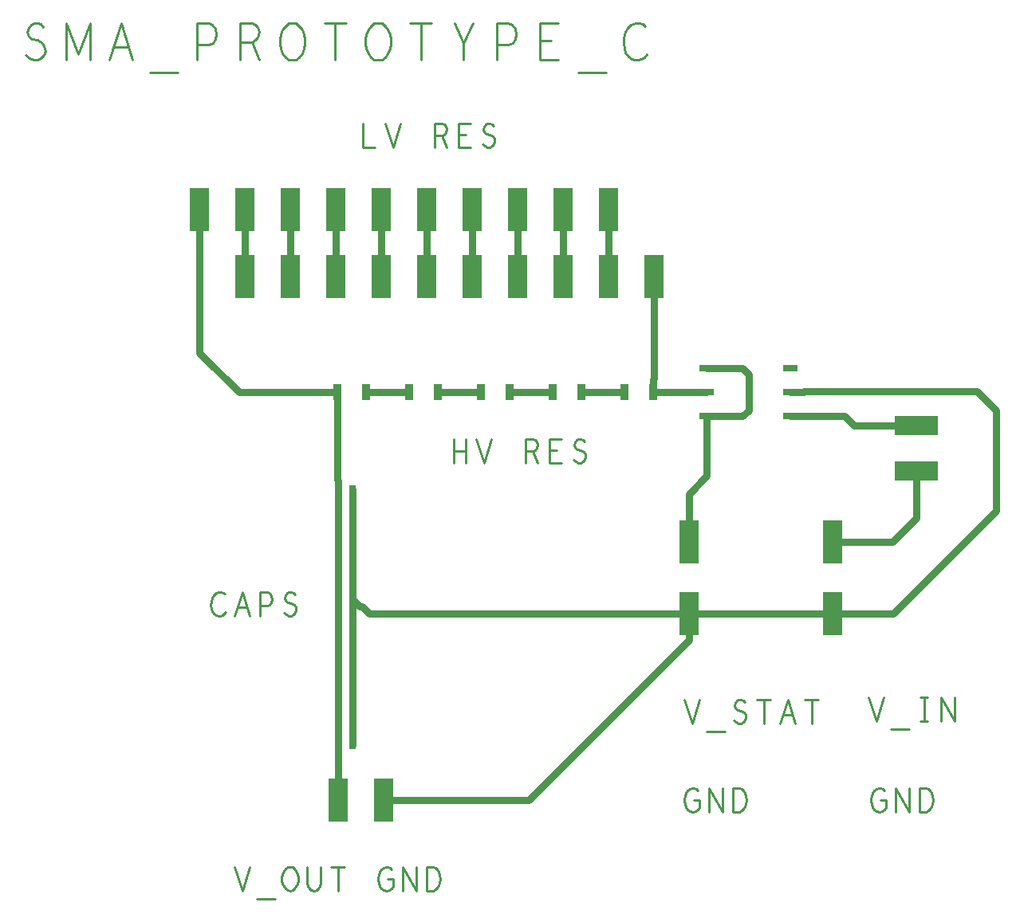
<source format=gbr>
G04 ================== begin FILE IDENTIFICATION RECORD ==================*
G04 Layout Name:  SMA_Prototype_C.brd*
G04 Film Name:    TOP*
G04 File Format:  Gerber RS274X*
G04 File Origin:  Cadence Allegro 17.2-S025*
G04 Origin Date:  Tue Mar 27 12:37:08 2018*
G04 *
G04 Layer:  ETCH/TOP*
G04 Layer:  PIN/TOP*
G04 Layer:  VIA CLASS/TOP*
G04 *
G04 Offset:    (0.000 0.000)*
G04 Mirror:    No*
G04 Mode:      Positive*
G04 Rotation:  0*
G04 FullContactRelief:  No*
G04 UndefLineWidth:     10.000*
G04 ================== end FILE IDENTIFICATION RECORD ====================*
%FSLAX25Y25*MOIN*%
%IR0*IPPOS*OFA0.00000B0.00000*MIA0B0*SFA1.00000B1.00000*%
%ADD14R,.18X.08*%
%ADD10R,.08X.18*%
%ADD11R,.030984X.034016*%
%ADD13R,.064961X.025591*%
%ADD12R,.035984X.067008*%
%ADD15C,.03*%
%ADD16C,.01*%
G75*
%LPD*%
G75*
G54D10*
X97000Y-95000D03*
X116000Y-123000D03*
X135000D03*
Y-95000D03*
X116000D03*
X155000Y-342000D03*
X174000D03*
X154000Y-123000D03*
X173000D03*
Y-95000D03*
X154000D03*
X192000Y-123000D03*
Y-95000D03*
X230000Y-123000D03*
X211000D03*
Y-95000D03*
X230000D03*
X249000Y-123000D03*
Y-95000D03*
X268000Y-123000D03*
X287000D03*
X268000Y-95000D03*
X301500Y-264000D03*
Y-234000D03*
X361500Y-264000D03*
Y-234000D03*
G54D11*
X160906Y-319000D03*
X155000D03*
X160906Y-296000D03*
X155000D03*
X160906Y-307000D03*
X155000D03*
X160906Y-271000D03*
X155000D03*
X160906Y-283000D03*
X155000D03*
X160906Y-234000D03*
X155000D03*
X160906Y-246000D03*
X155000D03*
X160906Y-258000D03*
X155000D03*
X160906Y-212000D03*
X155000D03*
X160906Y-223000D03*
X155000D03*
G54D12*
X154689Y-171500D03*
X166500D03*
X184689D03*
X196500D03*
X214689D03*
X226500D03*
X244689D03*
X256500D03*
X274689D03*
X286500D03*
G54D13*
X308980Y-181500D03*
Y-171500D03*
Y-161500D03*
X344020Y-171500D03*
Y-181500D03*
Y-161500D03*
G54D14*
X396500Y-204500D03*
Y-185500D03*
G54D15*
G01X154689Y-171500D02*
X113500D01*
X97000Y-155000D01*
Y-95000D01*
G01X135000D02*
Y-123000D01*
G01X116000Y-95000D02*
Y-123000D01*
G01X160906Y-319000D02*
Y-307000D01*
G01X155000D02*
Y-319000D01*
G01D02*
Y-342000D01*
G01X160906Y-296000D02*
Y-283000D01*
G01Y-307000D02*
Y-296000D01*
G01X155000D02*
Y-307000D01*
G01Y-283000D02*
Y-296000D01*
G01X160906Y-283000D02*
Y-271000D01*
G01X301500Y-264000D02*
X167754D01*
X164869Y-261115D01*
X163869D01*
X160906Y-258152D01*
G01D02*
Y-271000D01*
G01X155000D02*
Y-283000D01*
G01Y-258000D02*
Y-271000D01*
G01X160906Y-234000D02*
Y-223000D01*
G01Y-246000D02*
Y-234000D01*
G01Y-258000D02*
Y-246000D01*
G01Y-258000D02*
Y-258152D01*
G01X155000Y-246000D02*
Y-258000D01*
G01Y-234000D02*
Y-246000D01*
G01Y-223000D02*
Y-234000D01*
G01X160906Y-223000D02*
Y-212000D01*
G01X154689Y-171500D02*
Y-207988D01*
X155000Y-208299D01*
Y-212000D01*
G01D02*
Y-223000D01*
G01X184689Y-171500D02*
X166500D01*
G01X154000Y-95000D02*
Y-123000D01*
G01X301500Y-264000D02*
Y-275000D01*
X234500Y-342000D01*
X174000D01*
G01X214689Y-171500D02*
X196500D01*
G01X192000Y-95000D02*
Y-123000D01*
G01X173000Y-95000D02*
Y-123000D01*
G01X244689Y-171500D02*
X226500D01*
G01X230000Y-95000D02*
Y-123000D01*
G01X211000Y-95000D02*
Y-123000D01*
G01X274689Y-171500D02*
X256500D01*
G01X249000Y-95000D02*
Y-123000D01*
G01X308980Y-171500D02*
X286500D01*
G01X287000Y-123000D02*
Y-165650D01*
X286500Y-166150D01*
Y-171500D01*
G01X268000Y-95000D02*
Y-123000D01*
G01X301500Y-264000D02*
X361500D01*
G01X308980Y-181500D02*
Y-184780D01*
X309000Y-184799D01*
Y-206500D01*
X301500Y-214000D01*
Y-234000D01*
G01X308980Y-181500D02*
X324000D01*
X326500Y-179000D01*
Y-164000D01*
X324000Y-161500D01*
X308980D01*
G01X344020Y-171500D02*
X349268D01*
X349768Y-171000D01*
X422000D01*
X430000Y-179000D01*
Y-221000D01*
X387000Y-264000D01*
X361500D01*
G01X396500Y-185500D02*
X370500D01*
X366500Y-181500D01*
X344020D01*
G01X396500Y-204500D02*
Y-224000D01*
X386500Y-234000D01*
X361500D01*
G54D16*
G01X24255Y-30420D02*
X25815Y-31720D01*
X27570Y-32500D01*
X29130D01*
X30690Y-31720D01*
X31860Y-30420D01*
X32445Y-28600D01*
X32055Y-26780D01*
X31080Y-25220D01*
X29325Y-24180D01*
X26985Y-23660D01*
X25620Y-22620D01*
X25035Y-20800D01*
X25425Y-18980D01*
X26400Y-17680D01*
X27765Y-16900D01*
X29130D01*
X30495Y-17420D01*
X31665Y-18720D01*
G01X41180Y-32500D02*
Y-16900D01*
X46250Y-29900D01*
X51320Y-16900D01*
Y-32500D01*
G01X59275D02*
X64150Y-16900D01*
X69025Y-32500D01*
G01X67270Y-27040D02*
X61030D01*
G01X76200Y-37700D02*
X87900D01*
G01X96050Y-32500D02*
Y-16900D01*
X100730D01*
X102290Y-17680D01*
X103460Y-19500D01*
X103850Y-21580D01*
X103460Y-23660D01*
X102485Y-25220D01*
X100730Y-26000D01*
X96050D01*
G01X113950Y-32500D02*
Y-16900D01*
X118825D01*
X120385Y-17680D01*
X121360Y-18720D01*
X121750Y-20800D01*
X121360Y-22880D01*
X120190Y-24180D01*
X118825Y-24960D01*
X113950D01*
G01X118825D02*
X121750Y-32500D01*
G01X135750D02*
X134190Y-32240D01*
X132825Y-31200D01*
X131655Y-29640D01*
X130875Y-27820D01*
X130485Y-25740D01*
Y-23660D01*
X130875Y-21580D01*
X131655Y-19760D01*
X132825Y-18200D01*
X134190Y-17160D01*
X135750Y-16900D01*
X137310Y-17160D01*
X138675Y-18200D01*
X139845Y-19760D01*
X140625Y-21580D01*
X141015Y-23660D01*
Y-25740D01*
X140625Y-27820D01*
X139845Y-29640D01*
X138675Y-31200D01*
X137310Y-32240D01*
X135750Y-32500D01*
G01X153650Y-16900D02*
Y-32500D01*
G01X149165Y-16900D02*
X158135D01*
G01X171550Y-32500D02*
X169990Y-32240D01*
X168625Y-31200D01*
X167455Y-29640D01*
X166675Y-27820D01*
X166285Y-25740D01*
Y-23660D01*
X166675Y-21580D01*
X167455Y-19760D01*
X168625Y-18200D01*
X169990Y-17160D01*
X171550Y-16900D01*
X173110Y-17160D01*
X174475Y-18200D01*
X175645Y-19760D01*
X176425Y-21580D01*
X176815Y-23660D01*
Y-25740D01*
X176425Y-27820D01*
X175645Y-29640D01*
X174475Y-31200D01*
X173110Y-32240D01*
X171550Y-32500D01*
G01X189450Y-16900D02*
Y-32500D01*
G01X184965Y-16900D02*
X193935D01*
G01X207350Y-32500D02*
Y-25480D01*
X203450Y-16900D01*
G01X211250D02*
X207350Y-25480D01*
G01X221350Y-32500D02*
Y-16900D01*
X226030D01*
X227590Y-17680D01*
X228760Y-19500D01*
X229150Y-21580D01*
X228760Y-23660D01*
X227785Y-25220D01*
X226030Y-26000D01*
X221350D01*
G01X247050Y-32500D02*
X239250D01*
Y-16900D01*
X247050D01*
G01X243930Y-24440D02*
X239250D01*
G01X255200Y-37700D02*
X266900D01*
G01X283240Y-18200D02*
X282070Y-17420D01*
X280705Y-16900D01*
X279145D01*
X277390Y-17680D01*
X276025Y-18980D01*
X275050Y-20540D01*
X274270Y-23140D01*
X274075Y-25480D01*
X274465Y-27820D01*
X275050Y-29380D01*
X276220Y-30940D01*
X277585Y-31980D01*
X278950Y-32500D01*
X280315D01*
X281680Y-31980D01*
X282850Y-31200D01*
X283825Y-30160D01*
G01X107500Y-255834D02*
X106750Y-255333D01*
X105875Y-255000D01*
X104875D01*
X103750Y-255500D01*
X102875Y-256333D01*
X102250Y-257333D01*
X101750Y-259000D01*
X101625Y-260500D01*
X101875Y-262000D01*
X102250Y-263000D01*
X103000Y-264000D01*
X103875Y-264667D01*
X104750Y-265000D01*
X105625D01*
X106500Y-264667D01*
X107250Y-264167D01*
X107875Y-263500D01*
G01X111625Y-265000D02*
X114750Y-255000D01*
X117875Y-265000D01*
G01X116750Y-261500D02*
X112750D01*
G01X122250Y-265000D02*
Y-255000D01*
X125250D01*
X126250Y-255500D01*
X127000Y-256667D01*
X127250Y-258000D01*
X127000Y-259333D01*
X126375Y-260333D01*
X125250Y-260834D01*
X122250D01*
G01X132125Y-263667D02*
X133125Y-264500D01*
X134250Y-265000D01*
X135250D01*
X136250Y-264500D01*
X137000Y-263667D01*
X137375Y-262500D01*
X137125Y-261334D01*
X136500Y-260333D01*
X135375Y-259667D01*
X133875Y-259333D01*
X133000Y-258667D01*
X132625Y-257500D01*
X132875Y-256333D01*
X133500Y-255500D01*
X134375Y-255000D01*
X135250D01*
X136125Y-255333D01*
X136875Y-256167D01*
G01X111625Y-370000D02*
X114750Y-380000D01*
X117875Y-370000D01*
G01X121000Y-383333D02*
X128500D01*
G01X134750Y-380000D02*
X133750Y-379833D01*
X132875Y-379167D01*
X132125Y-378167D01*
X131625Y-377000D01*
X131375Y-375667D01*
Y-374333D01*
X131625Y-373000D01*
X132125Y-371833D01*
X132875Y-370834D01*
X133750Y-370167D01*
X134750Y-370000D01*
X135750Y-370167D01*
X136625Y-370834D01*
X137375Y-371833D01*
X137875Y-373000D01*
X138125Y-374333D01*
Y-375667D01*
X137875Y-377000D01*
X137375Y-378167D01*
X136625Y-379167D01*
X135750Y-379833D01*
X134750Y-380000D01*
G01X142000Y-370000D02*
Y-377167D01*
X142500Y-378667D01*
X143500Y-379667D01*
X144750Y-380000D01*
X146000Y-379667D01*
X147000Y-378667D01*
X147500Y-377167D01*
Y-370000D01*
G01X154750D02*
Y-380000D01*
G01X151875Y-370000D02*
X157625D01*
G01X165250Y-59000D02*
Y-69000D01*
X170250D01*
G01X174625Y-59000D02*
X177750Y-69000D01*
X180875Y-59000D01*
G01X195250Y-69000D02*
Y-59000D01*
X198375D01*
X199375Y-59500D01*
X200000Y-60167D01*
X200250Y-61500D01*
X200000Y-62833D01*
X199250Y-63667D01*
X198375Y-64167D01*
X195250D01*
G01X198375D02*
X200250Y-69000D01*
G01X210250D02*
X205250D01*
Y-59000D01*
X210250D01*
G01X208250Y-63833D02*
X205250D01*
G01X215125Y-67667D02*
X216125Y-68500D01*
X217250Y-69000D01*
X218250D01*
X219250Y-68500D01*
X220000Y-67667D01*
X220375Y-66500D01*
X220125Y-65334D01*
X219500Y-64333D01*
X218375Y-63667D01*
X216875Y-63333D01*
X216000Y-62667D01*
X215625Y-61500D01*
X215875Y-60333D01*
X216500Y-59500D01*
X217375Y-59000D01*
X218250D01*
X219125Y-59333D01*
X219875Y-60167D01*
G01X175500Y-375000D02*
X178000D01*
Y-378000D01*
X177250Y-379000D01*
X176375Y-379667D01*
X175125Y-380000D01*
X173875Y-379667D01*
X173000Y-379000D01*
X172250Y-378000D01*
X171750Y-376833D01*
X171500Y-375500D01*
Y-374333D01*
X171750Y-373334D01*
X172250Y-372166D01*
X173000Y-371167D01*
X173750Y-370500D01*
X174750Y-370000D01*
X175625D01*
X176625Y-370333D01*
X177375Y-371000D01*
G01X181875Y-380000D02*
Y-370000D01*
X187625Y-380000D01*
Y-370000D01*
G01X192000Y-380000D02*
Y-370000D01*
X194500D01*
X195500Y-370500D01*
X196250Y-371167D01*
X196875Y-372166D01*
X197375Y-373334D01*
X197500Y-375000D01*
X197375Y-376667D01*
X196875Y-377834D01*
X196250Y-378834D01*
X195500Y-379500D01*
X194500Y-380000D01*
X192000D01*
G01X203125Y-201000D02*
Y-191000D01*
G01X208375D02*
Y-201000D01*
G01Y-196000D02*
X203125D01*
G01X212625Y-191000D02*
X215750Y-201000D01*
X218875Y-191000D01*
G01X233250Y-201000D02*
Y-191000D01*
X236375D01*
X237375Y-191500D01*
X238000Y-192167D01*
X238250Y-193500D01*
X238000Y-194833D01*
X237250Y-195667D01*
X236375Y-196167D01*
X233250D01*
G01X236375D02*
X238250Y-201000D01*
G01X248250D02*
X243250D01*
Y-191000D01*
X248250D01*
G01X246250Y-195833D02*
X243250D01*
G01X253125Y-199667D02*
X254125Y-200500D01*
X255250Y-201000D01*
X256250D01*
X257250Y-200500D01*
X258000Y-199667D01*
X258375Y-198500D01*
X258125Y-197334D01*
X257500Y-196333D01*
X256375Y-195667D01*
X254875Y-195333D01*
X254000Y-194667D01*
X253625Y-193500D01*
X253875Y-192333D01*
X254500Y-191500D01*
X255375Y-191000D01*
X256250D01*
X257125Y-191333D01*
X257875Y-192167D01*
G01X303500Y-342000D02*
X306000D01*
Y-345000D01*
X305250Y-346000D01*
X304375Y-346667D01*
X303125Y-347000D01*
X301875Y-346667D01*
X301000Y-346000D01*
X300250Y-345000D01*
X299750Y-343833D01*
X299500Y-342500D01*
Y-341333D01*
X299750Y-340334D01*
X300250Y-339166D01*
X301000Y-338167D01*
X301750Y-337500D01*
X302750Y-337000D01*
X303625D01*
X304625Y-337333D01*
X305375Y-338000D01*
G01X309875Y-347000D02*
Y-337000D01*
X315625Y-347000D01*
Y-337000D01*
G01X320000Y-347000D02*
Y-337000D01*
X322500D01*
X323500Y-337500D01*
X324250Y-338167D01*
X324875Y-339166D01*
X325375Y-340334D01*
X325500Y-342000D01*
X325375Y-343667D01*
X324875Y-344834D01*
X324250Y-345834D01*
X323500Y-346500D01*
X322500Y-347000D01*
X320000D01*
G01X299625Y-300000D02*
X302750Y-310000D01*
X305875Y-300000D01*
G01X309000Y-313333D02*
X316500D01*
G01X320125Y-308667D02*
X321125Y-309500D01*
X322250Y-310000D01*
X323250D01*
X324250Y-309500D01*
X325000Y-308667D01*
X325375Y-307500D01*
X325125Y-306334D01*
X324500Y-305333D01*
X323375Y-304667D01*
X321875Y-304333D01*
X321000Y-303667D01*
X320625Y-302500D01*
X320875Y-301333D01*
X321500Y-300500D01*
X322375Y-300000D01*
X323250D01*
X324125Y-300333D01*
X324875Y-301167D01*
G01X332750Y-300000D02*
Y-310000D01*
G01X329875Y-300000D02*
X335625D01*
G01X339625Y-310000D02*
X342750Y-300000D01*
X345875Y-310000D01*
G01X344750Y-306500D02*
X340750D01*
G01X352750Y-300000D02*
Y-310000D01*
G01X349875Y-300000D02*
X355625D01*
G01X381500Y-342000D02*
X384000D01*
Y-345000D01*
X383250Y-346000D01*
X382375Y-346667D01*
X381125Y-347000D01*
X379875Y-346667D01*
X379000Y-346000D01*
X378250Y-345000D01*
X377750Y-343833D01*
X377500Y-342500D01*
Y-341333D01*
X377750Y-340334D01*
X378250Y-339166D01*
X379000Y-338167D01*
X379750Y-337500D01*
X380750Y-337000D01*
X381625D01*
X382625Y-337333D01*
X383375Y-338000D01*
G01X387875Y-347000D02*
Y-337000D01*
X393625Y-347000D01*
Y-337000D01*
G01X398000Y-347000D02*
Y-337000D01*
X400500D01*
X401500Y-337500D01*
X402250Y-338167D01*
X402875Y-339166D01*
X403375Y-340334D01*
X403500Y-342000D01*
X403375Y-343667D01*
X402875Y-344834D01*
X402250Y-345834D01*
X401500Y-346500D01*
X400500Y-347000D01*
X398000D01*
G01X376625Y-299000D02*
X379750Y-309000D01*
X382875Y-299000D01*
G01X386000Y-312333D02*
X393500D01*
G01X398250Y-299000D02*
X401250D01*
G01X399750D02*
Y-309000D01*
G01X398250D02*
X401250D01*
G01X406875D02*
Y-299000D01*
X412625Y-309000D01*
Y-299000D01*
M02*

</source>
